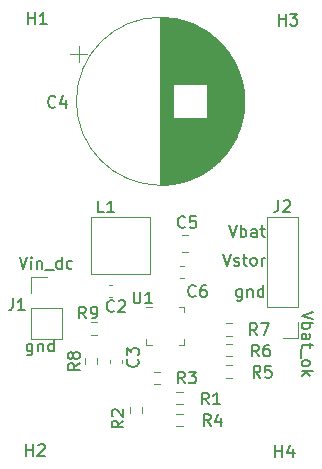
<source format=gbr>
%TF.GenerationSoftware,KiCad,Pcbnew,(5.1.10)-1*%
%TF.CreationDate,2021-09-08T10:04:32-05:00*%
%TF.ProjectId,bq25504_breakout_module,62713235-3530-4345-9f62-7265616b6f75,rev?*%
%TF.SameCoordinates,Original*%
%TF.FileFunction,Legend,Top*%
%TF.FilePolarity,Positive*%
%FSLAX46Y46*%
G04 Gerber Fmt 4.6, Leading zero omitted, Abs format (unit mm)*
G04 Created by KiCad (PCBNEW (5.1.10)-1) date 2021-09-08 10:04:32*
%MOMM*%
%LPD*%
G01*
G04 APERTURE LIST*
%ADD10C,0.150000*%
%ADD11C,0.120000*%
G04 APERTURE END LIST*
D10*
X146809523Y-100785714D02*
X146809523Y-101595238D01*
X146761904Y-101690476D01*
X146714285Y-101738095D01*
X146619047Y-101785714D01*
X146476190Y-101785714D01*
X146380952Y-101738095D01*
X146809523Y-101404761D02*
X146714285Y-101452380D01*
X146523809Y-101452380D01*
X146428571Y-101404761D01*
X146380952Y-101357142D01*
X146333333Y-101261904D01*
X146333333Y-100976190D01*
X146380952Y-100880952D01*
X146428571Y-100833333D01*
X146523809Y-100785714D01*
X146714285Y-100785714D01*
X146809523Y-100833333D01*
X147285714Y-100785714D02*
X147285714Y-101452380D01*
X147285714Y-100880952D02*
X147333333Y-100833333D01*
X147428571Y-100785714D01*
X147571428Y-100785714D01*
X147666666Y-100833333D01*
X147714285Y-100928571D01*
X147714285Y-101452380D01*
X148619047Y-101452380D02*
X148619047Y-100452380D01*
X148619047Y-101404761D02*
X148523809Y-101452380D01*
X148333333Y-101452380D01*
X148238095Y-101404761D01*
X148190476Y-101357142D01*
X148142857Y-101261904D01*
X148142857Y-100976190D01*
X148190476Y-100880952D01*
X148238095Y-100833333D01*
X148333333Y-100785714D01*
X148523809Y-100785714D01*
X148619047Y-100833333D01*
X145714285Y-93452380D02*
X146047619Y-94452380D01*
X146380952Y-93452380D01*
X146714285Y-94452380D02*
X146714285Y-93785714D01*
X146714285Y-93452380D02*
X146666666Y-93500000D01*
X146714285Y-93547619D01*
X146761904Y-93500000D01*
X146714285Y-93452380D01*
X146714285Y-93547619D01*
X147190476Y-93785714D02*
X147190476Y-94452380D01*
X147190476Y-93880952D02*
X147238095Y-93833333D01*
X147333333Y-93785714D01*
X147476190Y-93785714D01*
X147571428Y-93833333D01*
X147619047Y-93928571D01*
X147619047Y-94452380D01*
X147857142Y-94547619D02*
X148619047Y-94547619D01*
X149285714Y-94452380D02*
X149285714Y-93452380D01*
X149285714Y-94404761D02*
X149190476Y-94452380D01*
X149000000Y-94452380D01*
X148904761Y-94404761D01*
X148857142Y-94357142D01*
X148809523Y-94261904D01*
X148809523Y-93976190D01*
X148857142Y-93880952D01*
X148904761Y-93833333D01*
X149000000Y-93785714D01*
X149190476Y-93785714D01*
X149285714Y-93833333D01*
X150190476Y-94404761D02*
X150095238Y-94452380D01*
X149904761Y-94452380D01*
X149809523Y-94404761D01*
X149761904Y-94357142D01*
X149714285Y-94261904D01*
X149714285Y-93976190D01*
X149761904Y-93880952D01*
X149809523Y-93833333D01*
X149904761Y-93785714D01*
X150095238Y-93785714D01*
X150190476Y-93833333D01*
X170600619Y-98076095D02*
X169600619Y-98409428D01*
X170600619Y-98742761D01*
X169600619Y-99076095D02*
X170600619Y-99076095D01*
X170219666Y-99076095D02*
X170267285Y-99171333D01*
X170267285Y-99361809D01*
X170219666Y-99457047D01*
X170172047Y-99504666D01*
X170076809Y-99552285D01*
X169791095Y-99552285D01*
X169695857Y-99504666D01*
X169648238Y-99457047D01*
X169600619Y-99361809D01*
X169600619Y-99171333D01*
X169648238Y-99076095D01*
X169600619Y-100409428D02*
X170124428Y-100409428D01*
X170219666Y-100361809D01*
X170267285Y-100266571D01*
X170267285Y-100076095D01*
X170219666Y-99980857D01*
X169648238Y-100409428D02*
X169600619Y-100314190D01*
X169600619Y-100076095D01*
X169648238Y-99980857D01*
X169743476Y-99933238D01*
X169838714Y-99933238D01*
X169933952Y-99980857D01*
X169981571Y-100076095D01*
X169981571Y-100314190D01*
X170029190Y-100409428D01*
X170267285Y-100742761D02*
X170267285Y-101123714D01*
X170600619Y-100885619D02*
X169743476Y-100885619D01*
X169648238Y-100933238D01*
X169600619Y-101028476D01*
X169600619Y-101123714D01*
X169505380Y-101218952D02*
X169505380Y-101980857D01*
X169600619Y-102361809D02*
X169648238Y-102266571D01*
X169695857Y-102218952D01*
X169791095Y-102171333D01*
X170076809Y-102171333D01*
X170172047Y-102218952D01*
X170219666Y-102266571D01*
X170267285Y-102361809D01*
X170267285Y-102504666D01*
X170219666Y-102599904D01*
X170172047Y-102647523D01*
X170076809Y-102695142D01*
X169791095Y-102695142D01*
X169695857Y-102647523D01*
X169648238Y-102599904D01*
X169600619Y-102504666D01*
X169600619Y-102361809D01*
X169600619Y-103123714D02*
X170600619Y-103123714D01*
X169981571Y-103218952D02*
X169600619Y-103504666D01*
X170267285Y-103504666D02*
X169886333Y-103123714D01*
X164536523Y-96178714D02*
X164536523Y-96988238D01*
X164488904Y-97083476D01*
X164441285Y-97131095D01*
X164346047Y-97178714D01*
X164203190Y-97178714D01*
X164107952Y-97131095D01*
X164536523Y-96797761D02*
X164441285Y-96845380D01*
X164250809Y-96845380D01*
X164155571Y-96797761D01*
X164107952Y-96750142D01*
X164060333Y-96654904D01*
X164060333Y-96369190D01*
X164107952Y-96273952D01*
X164155571Y-96226333D01*
X164250809Y-96178714D01*
X164441285Y-96178714D01*
X164536523Y-96226333D01*
X165012714Y-96178714D02*
X165012714Y-96845380D01*
X165012714Y-96273952D02*
X165060333Y-96226333D01*
X165155571Y-96178714D01*
X165298428Y-96178714D01*
X165393666Y-96226333D01*
X165441285Y-96321571D01*
X165441285Y-96845380D01*
X166346047Y-96845380D02*
X166346047Y-95845380D01*
X166346047Y-96797761D02*
X166250809Y-96845380D01*
X166060333Y-96845380D01*
X165965095Y-96797761D01*
X165917476Y-96750142D01*
X165869857Y-96654904D01*
X165869857Y-96369190D01*
X165917476Y-96273952D01*
X165965095Y-96226333D01*
X166060333Y-96178714D01*
X166250809Y-96178714D01*
X166346047Y-96226333D01*
X162933285Y-93178380D02*
X163266619Y-94178380D01*
X163599952Y-93178380D01*
X163885666Y-94130761D02*
X163980904Y-94178380D01*
X164171380Y-94178380D01*
X164266619Y-94130761D01*
X164314238Y-94035523D01*
X164314238Y-93987904D01*
X164266619Y-93892666D01*
X164171380Y-93845047D01*
X164028523Y-93845047D01*
X163933285Y-93797428D01*
X163885666Y-93702190D01*
X163885666Y-93654571D01*
X163933285Y-93559333D01*
X164028523Y-93511714D01*
X164171380Y-93511714D01*
X164266619Y-93559333D01*
X164599952Y-93511714D02*
X164980904Y-93511714D01*
X164742809Y-93178380D02*
X164742809Y-94035523D01*
X164790428Y-94130761D01*
X164885666Y-94178380D01*
X164980904Y-94178380D01*
X165457095Y-94178380D02*
X165361857Y-94130761D01*
X165314238Y-94083142D01*
X165266619Y-93987904D01*
X165266619Y-93702190D01*
X165314238Y-93606952D01*
X165361857Y-93559333D01*
X165457095Y-93511714D01*
X165599952Y-93511714D01*
X165695190Y-93559333D01*
X165742809Y-93606952D01*
X165790428Y-93702190D01*
X165790428Y-93987904D01*
X165742809Y-94083142D01*
X165695190Y-94130761D01*
X165599952Y-94178380D01*
X165457095Y-94178380D01*
X166219000Y-94178380D02*
X166219000Y-93511714D01*
X166219000Y-93702190D02*
X166266619Y-93606952D01*
X166314238Y-93559333D01*
X166409476Y-93511714D01*
X166504714Y-93511714D01*
X163449190Y-90765380D02*
X163782523Y-91765380D01*
X164115857Y-90765380D01*
X164449190Y-91765380D02*
X164449190Y-90765380D01*
X164449190Y-91146333D02*
X164544428Y-91098714D01*
X164734904Y-91098714D01*
X164830142Y-91146333D01*
X164877761Y-91193952D01*
X164925380Y-91289190D01*
X164925380Y-91574904D01*
X164877761Y-91670142D01*
X164830142Y-91717761D01*
X164734904Y-91765380D01*
X164544428Y-91765380D01*
X164449190Y-91717761D01*
X165782523Y-91765380D02*
X165782523Y-91241571D01*
X165734904Y-91146333D01*
X165639666Y-91098714D01*
X165449190Y-91098714D01*
X165353952Y-91146333D01*
X165782523Y-91717761D02*
X165687285Y-91765380D01*
X165449190Y-91765380D01*
X165353952Y-91717761D01*
X165306333Y-91622523D01*
X165306333Y-91527285D01*
X165353952Y-91432047D01*
X165449190Y-91384428D01*
X165687285Y-91384428D01*
X165782523Y-91336809D01*
X166115857Y-91098714D02*
X166496809Y-91098714D01*
X166258714Y-90765380D02*
X166258714Y-91622523D01*
X166306333Y-91717761D01*
X166401571Y-91765380D01*
X166496809Y-91765380D01*
D11*
%TO.C,U1*%
X159175225Y-97660000D02*
X159650225Y-97660000D01*
X159650225Y-97660000D02*
X159650225Y-98135000D01*
X156905225Y-100880000D02*
X156430225Y-100880000D01*
X156430225Y-100880000D02*
X156430225Y-100405000D01*
X159175225Y-100880000D02*
X159650225Y-100880000D01*
X159650225Y-100880000D02*
X159650225Y-100405000D01*
X156905225Y-97660000D02*
X156430225Y-97660000D01*
%TO.C,R9*%
X151766176Y-100039700D02*
X152275624Y-100039700D01*
X151766176Y-98994700D02*
X152275624Y-98994700D01*
%TO.C,R8*%
X151267900Y-102542424D02*
X151267900Y-102032976D01*
X152312900Y-102542424D02*
X152312900Y-102032976D01*
%TO.C,R7*%
X163170776Y-99070900D02*
X163680224Y-99070900D01*
X163170776Y-100115900D02*
X163680224Y-100115900D01*
%TO.C,R6*%
X163170776Y-100823500D02*
X163680224Y-100823500D01*
X163170776Y-101868500D02*
X163680224Y-101868500D01*
%TO.C,R5*%
X163170776Y-102626900D02*
X163680224Y-102626900D01*
X163170776Y-103671900D02*
X163680224Y-103671900D01*
%TO.C,R4*%
X159512724Y-107786700D02*
X159003276Y-107786700D01*
X159512724Y-106741700D02*
X159003276Y-106741700D01*
%TO.C,R3*%
X159003276Y-104887500D02*
X159512724Y-104887500D01*
X159003276Y-105932500D02*
X159512724Y-105932500D01*
%TO.C,R2*%
X156072100Y-106118576D02*
X156072100Y-106628024D01*
X155027100Y-106118576D02*
X155027100Y-106628024D01*
%TO.C,R1*%
X157609624Y-104205300D02*
X157100176Y-104205300D01*
X157609624Y-103160300D02*
X157100176Y-103160300D01*
%TO.C,L1*%
X151802000Y-90106800D02*
X156802000Y-90106800D01*
X156802000Y-90106800D02*
X156802000Y-94906800D01*
X156802000Y-94906800D02*
X151802000Y-94906800D01*
X151802000Y-94906800D02*
X151802000Y-90106800D01*
%TO.C,J2*%
X169330000Y-90050000D02*
X166670000Y-90050000D01*
X169330000Y-97730000D02*
X169330000Y-90050000D01*
X166670000Y-97730000D02*
X166670000Y-90050000D01*
X169330000Y-97730000D02*
X166670000Y-97730000D01*
X169330000Y-99000000D02*
X169330000Y-100330000D01*
X169330000Y-100330000D02*
X168000000Y-100330000D01*
%TO.C,J1*%
X146670000Y-100370000D02*
X149330000Y-100370000D01*
X146670000Y-97770000D02*
X146670000Y-100370000D01*
X149330000Y-97770000D02*
X149330000Y-100370000D01*
X146670000Y-97770000D02*
X149330000Y-97770000D01*
X146670000Y-96500000D02*
X146670000Y-95170000D01*
X146670000Y-95170000D02*
X148000000Y-95170000D01*
%TO.C,C6*%
X159316033Y-94206600D02*
X159608567Y-94206600D01*
X159316033Y-95226600D02*
X159608567Y-95226600D01*
%TO.C,C5*%
X159432448Y-91568600D02*
X159954952Y-91568600D01*
X159432448Y-93038600D02*
X159954952Y-93038600D01*
%TO.C,C4*%
X164767000Y-80264000D02*
G75*
G03*
X164767000Y-80264000I-7120000J0D01*
G01*
X157647000Y-73184000D02*
X157647000Y-87344000D01*
X157687000Y-73184000D02*
X157687000Y-87344000D01*
X157727000Y-73184000D02*
X157727000Y-87344000D01*
X157767000Y-73185000D02*
X157767000Y-87343000D01*
X157807000Y-73185000D02*
X157807000Y-87343000D01*
X157847000Y-73186000D02*
X157847000Y-87342000D01*
X157887000Y-73188000D02*
X157887000Y-87340000D01*
X157927000Y-73189000D02*
X157927000Y-87339000D01*
X157967000Y-73191000D02*
X157967000Y-87337000D01*
X158007000Y-73193000D02*
X158007000Y-87335000D01*
X158047000Y-73195000D02*
X158047000Y-87333000D01*
X158087000Y-73197000D02*
X158087000Y-87331000D01*
X158127000Y-73200000D02*
X158127000Y-87328000D01*
X158167000Y-73203000D02*
X158167000Y-87325000D01*
X158207000Y-73206000D02*
X158207000Y-87322000D01*
X158247000Y-73209000D02*
X158247000Y-87319000D01*
X158287000Y-73212000D02*
X158287000Y-87316000D01*
X158327000Y-73216000D02*
X158327000Y-87312000D01*
X158368000Y-73220000D02*
X158368000Y-87308000D01*
X158408000Y-73224000D02*
X158408000Y-87304000D01*
X158448000Y-73229000D02*
X158448000Y-87299000D01*
X158488000Y-73233000D02*
X158488000Y-87295000D01*
X158528000Y-73238000D02*
X158528000Y-87290000D01*
X158568000Y-73243000D02*
X158568000Y-87285000D01*
X158608000Y-73249000D02*
X158608000Y-87279000D01*
X158648000Y-73254000D02*
X158648000Y-87274000D01*
X158688000Y-73260000D02*
X158688000Y-87268000D01*
X158728000Y-73266000D02*
X158728000Y-78824000D01*
X158728000Y-81704000D02*
X158728000Y-87262000D01*
X158768000Y-73272000D02*
X158768000Y-78824000D01*
X158768000Y-81704000D02*
X158768000Y-87256000D01*
X158808000Y-73279000D02*
X158808000Y-78824000D01*
X158808000Y-81704000D02*
X158808000Y-87249000D01*
X158848000Y-73285000D02*
X158848000Y-78824000D01*
X158848000Y-81704000D02*
X158848000Y-87243000D01*
X158888000Y-73292000D02*
X158888000Y-78824000D01*
X158888000Y-81704000D02*
X158888000Y-87236000D01*
X158928000Y-73300000D02*
X158928000Y-78824000D01*
X158928000Y-81704000D02*
X158928000Y-87228000D01*
X158968000Y-73307000D02*
X158968000Y-78824000D01*
X158968000Y-81704000D02*
X158968000Y-87221000D01*
X159008000Y-73315000D02*
X159008000Y-78824000D01*
X159008000Y-81704000D02*
X159008000Y-87213000D01*
X159048000Y-73322000D02*
X159048000Y-78824000D01*
X159048000Y-81704000D02*
X159048000Y-87206000D01*
X159088000Y-73331000D02*
X159088000Y-78824000D01*
X159088000Y-81704000D02*
X159088000Y-87197000D01*
X159128000Y-73339000D02*
X159128000Y-78824000D01*
X159128000Y-81704000D02*
X159128000Y-87189000D01*
X159168000Y-73348000D02*
X159168000Y-78824000D01*
X159168000Y-81704000D02*
X159168000Y-87180000D01*
X159208000Y-73357000D02*
X159208000Y-78824000D01*
X159208000Y-81704000D02*
X159208000Y-87171000D01*
X159248000Y-73366000D02*
X159248000Y-78824000D01*
X159248000Y-81704000D02*
X159248000Y-87162000D01*
X159288000Y-73375000D02*
X159288000Y-78824000D01*
X159288000Y-81704000D02*
X159288000Y-87153000D01*
X159328000Y-73385000D02*
X159328000Y-78824000D01*
X159328000Y-81704000D02*
X159328000Y-87143000D01*
X159368000Y-73394000D02*
X159368000Y-78824000D01*
X159368000Y-81704000D02*
X159368000Y-87134000D01*
X159408000Y-73404000D02*
X159408000Y-78824000D01*
X159408000Y-81704000D02*
X159408000Y-87124000D01*
X159448000Y-73415000D02*
X159448000Y-78824000D01*
X159448000Y-81704000D02*
X159448000Y-87113000D01*
X159488000Y-73425000D02*
X159488000Y-78824000D01*
X159488000Y-81704000D02*
X159488000Y-87103000D01*
X159528000Y-73436000D02*
X159528000Y-78824000D01*
X159528000Y-81704000D02*
X159528000Y-87092000D01*
X159568000Y-73447000D02*
X159568000Y-78824000D01*
X159568000Y-81704000D02*
X159568000Y-87081000D01*
X159608000Y-73459000D02*
X159608000Y-78824000D01*
X159608000Y-81704000D02*
X159608000Y-87069000D01*
X159648000Y-73470000D02*
X159648000Y-78824000D01*
X159648000Y-81704000D02*
X159648000Y-87058000D01*
X159688000Y-73482000D02*
X159688000Y-78824000D01*
X159688000Y-81704000D02*
X159688000Y-87046000D01*
X159728000Y-73494000D02*
X159728000Y-78824000D01*
X159728000Y-81704000D02*
X159728000Y-87034000D01*
X159768000Y-73506000D02*
X159768000Y-78824000D01*
X159768000Y-81704000D02*
X159768000Y-87022000D01*
X159808000Y-73519000D02*
X159808000Y-78824000D01*
X159808000Y-81704000D02*
X159808000Y-87009000D01*
X159848000Y-73532000D02*
X159848000Y-78824000D01*
X159848000Y-81704000D02*
X159848000Y-86996000D01*
X159888000Y-73545000D02*
X159888000Y-78824000D01*
X159888000Y-81704000D02*
X159888000Y-86983000D01*
X159928000Y-73558000D02*
X159928000Y-78824000D01*
X159928000Y-81704000D02*
X159928000Y-86970000D01*
X159968000Y-73572000D02*
X159968000Y-78824000D01*
X159968000Y-81704000D02*
X159968000Y-86956000D01*
X160008000Y-73586000D02*
X160008000Y-78824000D01*
X160008000Y-81704000D02*
X160008000Y-86942000D01*
X160048000Y-73600000D02*
X160048000Y-78824000D01*
X160048000Y-81704000D02*
X160048000Y-86928000D01*
X160088000Y-73615000D02*
X160088000Y-78824000D01*
X160088000Y-81704000D02*
X160088000Y-86913000D01*
X160128000Y-73629000D02*
X160128000Y-78824000D01*
X160128000Y-81704000D02*
X160128000Y-86899000D01*
X160168000Y-73644000D02*
X160168000Y-78824000D01*
X160168000Y-81704000D02*
X160168000Y-86884000D01*
X160208000Y-73660000D02*
X160208000Y-78824000D01*
X160208000Y-81704000D02*
X160208000Y-86868000D01*
X160248000Y-73675000D02*
X160248000Y-78824000D01*
X160248000Y-81704000D02*
X160248000Y-86853000D01*
X160288000Y-73691000D02*
X160288000Y-78824000D01*
X160288000Y-81704000D02*
X160288000Y-86837000D01*
X160328000Y-73707000D02*
X160328000Y-78824000D01*
X160328000Y-81704000D02*
X160328000Y-86821000D01*
X160368000Y-73724000D02*
X160368000Y-78824000D01*
X160368000Y-81704000D02*
X160368000Y-86804000D01*
X160408000Y-73740000D02*
X160408000Y-78824000D01*
X160408000Y-81704000D02*
X160408000Y-86788000D01*
X160448000Y-73757000D02*
X160448000Y-78824000D01*
X160448000Y-81704000D02*
X160448000Y-86771000D01*
X160488000Y-73774000D02*
X160488000Y-78824000D01*
X160488000Y-81704000D02*
X160488000Y-86754000D01*
X160528000Y-73792000D02*
X160528000Y-78824000D01*
X160528000Y-81704000D02*
X160528000Y-86736000D01*
X160568000Y-73810000D02*
X160568000Y-78824000D01*
X160568000Y-81704000D02*
X160568000Y-86718000D01*
X160608000Y-73828000D02*
X160608000Y-78824000D01*
X160608000Y-81704000D02*
X160608000Y-86700000D01*
X160648000Y-73846000D02*
X160648000Y-78824000D01*
X160648000Y-81704000D02*
X160648000Y-86682000D01*
X160688000Y-73865000D02*
X160688000Y-78824000D01*
X160688000Y-81704000D02*
X160688000Y-86663000D01*
X160728000Y-73884000D02*
X160728000Y-78824000D01*
X160728000Y-81704000D02*
X160728000Y-86644000D01*
X160768000Y-73904000D02*
X160768000Y-78824000D01*
X160768000Y-81704000D02*
X160768000Y-86624000D01*
X160808000Y-73923000D02*
X160808000Y-78824000D01*
X160808000Y-81704000D02*
X160808000Y-86605000D01*
X160848000Y-73943000D02*
X160848000Y-78824000D01*
X160848000Y-81704000D02*
X160848000Y-86585000D01*
X160888000Y-73963000D02*
X160888000Y-78824000D01*
X160888000Y-81704000D02*
X160888000Y-86565000D01*
X160928000Y-73984000D02*
X160928000Y-78824000D01*
X160928000Y-81704000D02*
X160928000Y-86544000D01*
X160968000Y-74005000D02*
X160968000Y-78824000D01*
X160968000Y-81704000D02*
X160968000Y-86523000D01*
X161008000Y-74026000D02*
X161008000Y-78824000D01*
X161008000Y-81704000D02*
X161008000Y-86502000D01*
X161048000Y-74048000D02*
X161048000Y-78824000D01*
X161048000Y-81704000D02*
X161048000Y-86480000D01*
X161088000Y-74070000D02*
X161088000Y-78824000D01*
X161088000Y-81704000D02*
X161088000Y-86458000D01*
X161128000Y-74092000D02*
X161128000Y-78824000D01*
X161128000Y-81704000D02*
X161128000Y-86436000D01*
X161168000Y-74114000D02*
X161168000Y-78824000D01*
X161168000Y-81704000D02*
X161168000Y-86414000D01*
X161208000Y-74137000D02*
X161208000Y-78824000D01*
X161208000Y-81704000D02*
X161208000Y-86391000D01*
X161248000Y-74161000D02*
X161248000Y-78824000D01*
X161248000Y-81704000D02*
X161248000Y-86367000D01*
X161288000Y-74184000D02*
X161288000Y-78824000D01*
X161288000Y-81704000D02*
X161288000Y-86344000D01*
X161328000Y-74208000D02*
X161328000Y-78824000D01*
X161328000Y-81704000D02*
X161328000Y-86320000D01*
X161368000Y-74233000D02*
X161368000Y-78824000D01*
X161368000Y-81704000D02*
X161368000Y-86295000D01*
X161408000Y-74257000D02*
X161408000Y-78824000D01*
X161408000Y-81704000D02*
X161408000Y-86271000D01*
X161448000Y-74282000D02*
X161448000Y-78824000D01*
X161448000Y-81704000D02*
X161448000Y-86246000D01*
X161488000Y-74308000D02*
X161488000Y-78824000D01*
X161488000Y-81704000D02*
X161488000Y-86220000D01*
X161528000Y-74334000D02*
X161528000Y-78824000D01*
X161528000Y-81704000D02*
X161528000Y-86194000D01*
X161568000Y-74360000D02*
X161568000Y-78824000D01*
X161568000Y-81704000D02*
X161568000Y-86168000D01*
X161608000Y-74386000D02*
X161608000Y-86142000D01*
X161648000Y-74413000D02*
X161648000Y-86115000D01*
X161688000Y-74441000D02*
X161688000Y-86087000D01*
X161728000Y-74468000D02*
X161728000Y-86060000D01*
X161768000Y-74497000D02*
X161768000Y-86031000D01*
X161808000Y-74525000D02*
X161808000Y-86003000D01*
X161848000Y-74554000D02*
X161848000Y-85974000D01*
X161888000Y-74584000D02*
X161888000Y-85944000D01*
X161928000Y-74614000D02*
X161928000Y-85914000D01*
X161968000Y-74644000D02*
X161968000Y-85884000D01*
X162008000Y-74675000D02*
X162008000Y-85853000D01*
X162048000Y-74706000D02*
X162048000Y-85822000D01*
X162088000Y-74737000D02*
X162088000Y-85791000D01*
X162128000Y-74770000D02*
X162128000Y-85758000D01*
X162168000Y-74802000D02*
X162168000Y-85726000D01*
X162208000Y-74835000D02*
X162208000Y-85693000D01*
X162248000Y-74869000D02*
X162248000Y-85659000D01*
X162288000Y-74903000D02*
X162288000Y-85625000D01*
X162328000Y-74938000D02*
X162328000Y-85590000D01*
X162368000Y-74973000D02*
X162368000Y-85555000D01*
X162408000Y-75009000D02*
X162408000Y-85519000D01*
X162448000Y-75045000D02*
X162448000Y-85483000D01*
X162488000Y-75082000D02*
X162488000Y-85446000D01*
X162528000Y-75119000D02*
X162528000Y-85409000D01*
X162568000Y-75157000D02*
X162568000Y-85371000D01*
X162608000Y-75195000D02*
X162608000Y-85333000D01*
X162648000Y-75235000D02*
X162648000Y-85293000D01*
X162688000Y-75274000D02*
X162688000Y-85254000D01*
X162728000Y-75315000D02*
X162728000Y-85213000D01*
X162768000Y-75356000D02*
X162768000Y-85172000D01*
X162808000Y-75398000D02*
X162808000Y-85130000D01*
X162848000Y-75440000D02*
X162848000Y-85088000D01*
X162888000Y-75483000D02*
X162888000Y-85045000D01*
X162928000Y-75527000D02*
X162928000Y-85001000D01*
X162968000Y-75571000D02*
X162968000Y-84957000D01*
X163008000Y-75617000D02*
X163008000Y-84911000D01*
X163048000Y-75663000D02*
X163048000Y-84865000D01*
X163088000Y-75710000D02*
X163088000Y-84818000D01*
X163128000Y-75758000D02*
X163128000Y-84770000D01*
X163168000Y-75806000D02*
X163168000Y-84722000D01*
X163208000Y-75856000D02*
X163208000Y-84672000D01*
X163248000Y-75906000D02*
X163248000Y-84622000D01*
X163288000Y-75958000D02*
X163288000Y-84570000D01*
X163328000Y-76010000D02*
X163328000Y-84518000D01*
X163368000Y-76064000D02*
X163368000Y-84464000D01*
X163408000Y-76118000D02*
X163408000Y-84410000D01*
X163448000Y-76174000D02*
X163448000Y-84354000D01*
X163488000Y-76231000D02*
X163488000Y-84297000D01*
X163528000Y-76289000D02*
X163528000Y-84239000D01*
X163568000Y-76348000D02*
X163568000Y-84180000D01*
X163608000Y-76408000D02*
X163608000Y-84120000D01*
X163648000Y-76470000D02*
X163648000Y-84058000D01*
X163688000Y-76534000D02*
X163688000Y-83994000D01*
X163728000Y-76598000D02*
X163728000Y-83930000D01*
X163768000Y-76665000D02*
X163768000Y-83863000D01*
X163808000Y-76733000D02*
X163808000Y-83795000D01*
X163848000Y-76803000D02*
X163848000Y-83725000D01*
X163888000Y-76875000D02*
X163888000Y-83653000D01*
X163928000Y-76949000D02*
X163928000Y-83579000D01*
X163968000Y-77024000D02*
X163968000Y-83504000D01*
X164008000Y-77103000D02*
X164008000Y-83425000D01*
X164048000Y-77184000D02*
X164048000Y-83344000D01*
X164088000Y-77267000D02*
X164088000Y-83261000D01*
X164128000Y-77353000D02*
X164128000Y-83175000D01*
X164168000Y-77443000D02*
X164168000Y-83085000D01*
X164208000Y-77536000D02*
X164208000Y-82992000D01*
X164248000Y-77632000D02*
X164248000Y-82896000D01*
X164288000Y-77734000D02*
X164288000Y-82794000D01*
X164328000Y-77839000D02*
X164328000Y-82689000D01*
X164368000Y-77951000D02*
X164368000Y-82577000D01*
X164408000Y-78068000D02*
X164408000Y-82460000D01*
X164448000Y-78193000D02*
X164448000Y-82335000D01*
X164488000Y-78326000D02*
X164488000Y-82202000D01*
X164528000Y-78470000D02*
X164528000Y-82058000D01*
X164568000Y-78628000D02*
X164568000Y-81900000D01*
X164608000Y-78803000D02*
X164608000Y-81725000D01*
X164648000Y-79002000D02*
X164648000Y-81526000D01*
X164688000Y-79239000D02*
X164688000Y-81289000D01*
X164728000Y-79550000D02*
X164728000Y-80978000D01*
X150027457Y-76269000D02*
X151427457Y-76269000D01*
X150727457Y-75569000D02*
X150727457Y-76969000D01*
%TO.C,C3*%
X154383200Y-102141433D02*
X154383200Y-102433967D01*
X153363200Y-102141433D02*
X153363200Y-102433967D01*
%TO.C,C2*%
X153270833Y-95806800D02*
X153563367Y-95806800D01*
X153270833Y-96826800D02*
X153563367Y-96826800D01*
%TO.C,H4*%
D10*
X167386095Y-110383580D02*
X167386095Y-109383580D01*
X167386095Y-109859771D02*
X167957523Y-109859771D01*
X167957523Y-110383580D02*
X167957523Y-109383580D01*
X168862285Y-109716914D02*
X168862285Y-110383580D01*
X168624190Y-109335961D02*
X168386095Y-110050247D01*
X169005142Y-110050247D01*
%TO.C,H3*%
X167665495Y-73858380D02*
X167665495Y-72858380D01*
X167665495Y-73334571D02*
X168236923Y-73334571D01*
X168236923Y-73858380D02*
X168236923Y-72858380D01*
X168617876Y-72858380D02*
X169236923Y-72858380D01*
X168903590Y-73239333D01*
X169046447Y-73239333D01*
X169141685Y-73286952D01*
X169189304Y-73334571D01*
X169236923Y-73429809D01*
X169236923Y-73667904D01*
X169189304Y-73763142D01*
X169141685Y-73810761D01*
X169046447Y-73858380D01*
X168760733Y-73858380D01*
X168665495Y-73810761D01*
X168617876Y-73763142D01*
%TO.C,H2*%
X146278695Y-110307380D02*
X146278695Y-109307380D01*
X146278695Y-109783571D02*
X146850123Y-109783571D01*
X146850123Y-110307380D02*
X146850123Y-109307380D01*
X147278695Y-109402619D02*
X147326314Y-109355000D01*
X147421552Y-109307380D01*
X147659647Y-109307380D01*
X147754885Y-109355000D01*
X147802504Y-109402619D01*
X147850123Y-109497857D01*
X147850123Y-109593095D01*
X147802504Y-109735952D01*
X147231076Y-110307380D01*
X147850123Y-110307380D01*
%TO.C,H1*%
X146431095Y-73731380D02*
X146431095Y-72731380D01*
X146431095Y-73207571D02*
X147002523Y-73207571D01*
X147002523Y-73731380D02*
X147002523Y-72731380D01*
X148002523Y-73731380D02*
X147431095Y-73731380D01*
X147716809Y-73731380D02*
X147716809Y-72731380D01*
X147621571Y-72874238D01*
X147526333Y-72969476D01*
X147431095Y-73017095D01*
%TO.C,U1*%
X155371895Y-96378780D02*
X155371895Y-97188304D01*
X155419514Y-97283542D01*
X155467133Y-97331161D01*
X155562371Y-97378780D01*
X155752847Y-97378780D01*
X155848085Y-97331161D01*
X155895704Y-97283542D01*
X155943323Y-97188304D01*
X155943323Y-96378780D01*
X156943323Y-97378780D02*
X156371895Y-97378780D01*
X156657609Y-97378780D02*
X156657609Y-96378780D01*
X156562371Y-96521638D01*
X156467133Y-96616876D01*
X156371895Y-96664495D01*
%TO.C,R9*%
X151344333Y-98648780D02*
X151011000Y-98172590D01*
X150772904Y-98648780D02*
X150772904Y-97648780D01*
X151153857Y-97648780D01*
X151249095Y-97696400D01*
X151296714Y-97744019D01*
X151344333Y-97839257D01*
X151344333Y-97982114D01*
X151296714Y-98077352D01*
X151249095Y-98124971D01*
X151153857Y-98172590D01*
X150772904Y-98172590D01*
X151820523Y-98648780D02*
X152011000Y-98648780D01*
X152106238Y-98601161D01*
X152153857Y-98553542D01*
X152249095Y-98410685D01*
X152296714Y-98220209D01*
X152296714Y-97839257D01*
X152249095Y-97744019D01*
X152201476Y-97696400D01*
X152106238Y-97648780D01*
X151915761Y-97648780D01*
X151820523Y-97696400D01*
X151772904Y-97744019D01*
X151725285Y-97839257D01*
X151725285Y-98077352D01*
X151772904Y-98172590D01*
X151820523Y-98220209D01*
X151915761Y-98267828D01*
X152106238Y-98267828D01*
X152201476Y-98220209D01*
X152249095Y-98172590D01*
X152296714Y-98077352D01*
%TO.C,R8*%
X150812780Y-102454366D02*
X150336590Y-102787700D01*
X150812780Y-103025795D02*
X149812780Y-103025795D01*
X149812780Y-102644842D01*
X149860400Y-102549604D01*
X149908019Y-102501985D01*
X150003257Y-102454366D01*
X150146114Y-102454366D01*
X150241352Y-102501985D01*
X150288971Y-102549604D01*
X150336590Y-102644842D01*
X150336590Y-103025795D01*
X150241352Y-101882938D02*
X150193733Y-101978176D01*
X150146114Y-102025795D01*
X150050876Y-102073414D01*
X150003257Y-102073414D01*
X149908019Y-102025795D01*
X149860400Y-101978176D01*
X149812780Y-101882938D01*
X149812780Y-101692461D01*
X149860400Y-101597223D01*
X149908019Y-101549604D01*
X150003257Y-101501985D01*
X150050876Y-101501985D01*
X150146114Y-101549604D01*
X150193733Y-101597223D01*
X150241352Y-101692461D01*
X150241352Y-101882938D01*
X150288971Y-101978176D01*
X150336590Y-102025795D01*
X150431828Y-102073414D01*
X150622304Y-102073414D01*
X150717542Y-102025795D01*
X150765161Y-101978176D01*
X150812780Y-101882938D01*
X150812780Y-101692461D01*
X150765161Y-101597223D01*
X150717542Y-101549604D01*
X150622304Y-101501985D01*
X150431828Y-101501985D01*
X150336590Y-101549604D01*
X150288971Y-101597223D01*
X150241352Y-101692461D01*
%TO.C,R7*%
X165822333Y-100071180D02*
X165489000Y-99594990D01*
X165250904Y-100071180D02*
X165250904Y-99071180D01*
X165631857Y-99071180D01*
X165727095Y-99118800D01*
X165774714Y-99166419D01*
X165822333Y-99261657D01*
X165822333Y-99404514D01*
X165774714Y-99499752D01*
X165727095Y-99547371D01*
X165631857Y-99594990D01*
X165250904Y-99594990D01*
X166155666Y-99071180D02*
X166822333Y-99071180D01*
X166393761Y-100071180D01*
%TO.C,R6*%
X165974733Y-101874580D02*
X165641400Y-101398390D01*
X165403304Y-101874580D02*
X165403304Y-100874580D01*
X165784257Y-100874580D01*
X165879495Y-100922200D01*
X165927114Y-100969819D01*
X165974733Y-101065057D01*
X165974733Y-101207914D01*
X165927114Y-101303152D01*
X165879495Y-101350771D01*
X165784257Y-101398390D01*
X165403304Y-101398390D01*
X166831876Y-100874580D02*
X166641400Y-100874580D01*
X166546161Y-100922200D01*
X166498542Y-100969819D01*
X166403304Y-101112676D01*
X166355685Y-101303152D01*
X166355685Y-101684104D01*
X166403304Y-101779342D01*
X166450923Y-101826961D01*
X166546161Y-101874580D01*
X166736638Y-101874580D01*
X166831876Y-101826961D01*
X166879495Y-101779342D01*
X166927114Y-101684104D01*
X166927114Y-101446009D01*
X166879495Y-101350771D01*
X166831876Y-101303152D01*
X166736638Y-101255533D01*
X166546161Y-101255533D01*
X166450923Y-101303152D01*
X166403304Y-101350771D01*
X166355685Y-101446009D01*
%TO.C,R5*%
X166101733Y-103677980D02*
X165768400Y-103201790D01*
X165530304Y-103677980D02*
X165530304Y-102677980D01*
X165911257Y-102677980D01*
X166006495Y-102725600D01*
X166054114Y-102773219D01*
X166101733Y-102868457D01*
X166101733Y-103011314D01*
X166054114Y-103106552D01*
X166006495Y-103154171D01*
X165911257Y-103201790D01*
X165530304Y-103201790D01*
X167006495Y-102677980D02*
X166530304Y-102677980D01*
X166482685Y-103154171D01*
X166530304Y-103106552D01*
X166625542Y-103058933D01*
X166863638Y-103058933D01*
X166958876Y-103106552D01*
X167006495Y-103154171D01*
X167054114Y-103249409D01*
X167054114Y-103487504D01*
X167006495Y-103582742D01*
X166958876Y-103630361D01*
X166863638Y-103677980D01*
X166625542Y-103677980D01*
X166530304Y-103630361D01*
X166482685Y-103582742D01*
%TO.C,R4*%
X161885333Y-107767380D02*
X161552000Y-107291190D01*
X161313904Y-107767380D02*
X161313904Y-106767380D01*
X161694857Y-106767380D01*
X161790095Y-106815000D01*
X161837714Y-106862619D01*
X161885333Y-106957857D01*
X161885333Y-107100714D01*
X161837714Y-107195952D01*
X161790095Y-107243571D01*
X161694857Y-107291190D01*
X161313904Y-107291190D01*
X162742476Y-107100714D02*
X162742476Y-107767380D01*
X162504380Y-106719761D02*
X162266285Y-107434047D01*
X162885333Y-107434047D01*
%TO.C,R3*%
X159700933Y-104160580D02*
X159367600Y-103684390D01*
X159129504Y-104160580D02*
X159129504Y-103160580D01*
X159510457Y-103160580D01*
X159605695Y-103208200D01*
X159653314Y-103255819D01*
X159700933Y-103351057D01*
X159700933Y-103493914D01*
X159653314Y-103589152D01*
X159605695Y-103636771D01*
X159510457Y-103684390D01*
X159129504Y-103684390D01*
X160034266Y-103160580D02*
X160653314Y-103160580D01*
X160319980Y-103541533D01*
X160462838Y-103541533D01*
X160558076Y-103589152D01*
X160605695Y-103636771D01*
X160653314Y-103732009D01*
X160653314Y-103970104D01*
X160605695Y-104065342D01*
X160558076Y-104112961D01*
X160462838Y-104160580D01*
X160177123Y-104160580D01*
X160081885Y-104112961D01*
X160034266Y-104065342D01*
%TO.C,R2*%
X154503380Y-107303866D02*
X154027190Y-107637200D01*
X154503380Y-107875295D02*
X153503380Y-107875295D01*
X153503380Y-107494342D01*
X153551000Y-107399104D01*
X153598619Y-107351485D01*
X153693857Y-107303866D01*
X153836714Y-107303866D01*
X153931952Y-107351485D01*
X153979571Y-107399104D01*
X154027190Y-107494342D01*
X154027190Y-107875295D01*
X153598619Y-106922914D02*
X153551000Y-106875295D01*
X153503380Y-106780057D01*
X153503380Y-106541961D01*
X153551000Y-106446723D01*
X153598619Y-106399104D01*
X153693857Y-106351485D01*
X153789095Y-106351485D01*
X153931952Y-106399104D01*
X154503380Y-106970533D01*
X154503380Y-106351485D01*
%TO.C,R1*%
X161732933Y-105938580D02*
X161399600Y-105462390D01*
X161161504Y-105938580D02*
X161161504Y-104938580D01*
X161542457Y-104938580D01*
X161637695Y-104986200D01*
X161685314Y-105033819D01*
X161732933Y-105129057D01*
X161732933Y-105271914D01*
X161685314Y-105367152D01*
X161637695Y-105414771D01*
X161542457Y-105462390D01*
X161161504Y-105462390D01*
X162685314Y-105938580D02*
X162113885Y-105938580D01*
X162399600Y-105938580D02*
X162399600Y-104938580D01*
X162304361Y-105081438D01*
X162209123Y-105176676D01*
X162113885Y-105224295D01*
%TO.C,L1*%
X152868333Y-89682580D02*
X152392142Y-89682580D01*
X152392142Y-88682580D01*
X153725476Y-89682580D02*
X153154047Y-89682580D01*
X153439761Y-89682580D02*
X153439761Y-88682580D01*
X153344523Y-88825438D01*
X153249285Y-88920676D01*
X153154047Y-88968295D01*
%TO.C,J2*%
X167636866Y-88631780D02*
X167636866Y-89346066D01*
X167589247Y-89488923D01*
X167494009Y-89584161D01*
X167351152Y-89631780D01*
X167255914Y-89631780D01*
X168065438Y-88727019D02*
X168113057Y-88679400D01*
X168208295Y-88631780D01*
X168446390Y-88631780D01*
X168541628Y-88679400D01*
X168589247Y-88727019D01*
X168636866Y-88822257D01*
X168636866Y-88917495D01*
X168589247Y-89060352D01*
X168017819Y-89631780D01*
X168636866Y-89631780D01*
%TO.C,J1*%
X145166666Y-96952380D02*
X145166666Y-97666666D01*
X145119047Y-97809523D01*
X145023809Y-97904761D01*
X144880952Y-97952380D01*
X144785714Y-97952380D01*
X146166666Y-97952380D02*
X145595238Y-97952380D01*
X145880952Y-97952380D02*
X145880952Y-96952380D01*
X145785714Y-97095238D01*
X145690476Y-97190476D01*
X145595238Y-97238095D01*
%TO.C,C6*%
X160615333Y-96750142D02*
X160567714Y-96797761D01*
X160424857Y-96845380D01*
X160329619Y-96845380D01*
X160186761Y-96797761D01*
X160091523Y-96702523D01*
X160043904Y-96607285D01*
X159996285Y-96416809D01*
X159996285Y-96273952D01*
X160043904Y-96083476D01*
X160091523Y-95988238D01*
X160186761Y-95893000D01*
X160329619Y-95845380D01*
X160424857Y-95845380D01*
X160567714Y-95893000D01*
X160615333Y-95940619D01*
X161472476Y-95845380D02*
X161282000Y-95845380D01*
X161186761Y-95893000D01*
X161139142Y-95940619D01*
X161043904Y-96083476D01*
X160996285Y-96273952D01*
X160996285Y-96654904D01*
X161043904Y-96750142D01*
X161091523Y-96797761D01*
X161186761Y-96845380D01*
X161377238Y-96845380D01*
X161472476Y-96797761D01*
X161520095Y-96750142D01*
X161567714Y-96654904D01*
X161567714Y-96416809D01*
X161520095Y-96321571D01*
X161472476Y-96273952D01*
X161377238Y-96226333D01*
X161186761Y-96226333D01*
X161091523Y-96273952D01*
X161043904Y-96321571D01*
X160996285Y-96416809D01*
%TO.C,C5*%
X159726333Y-90908142D02*
X159678714Y-90955761D01*
X159535857Y-91003380D01*
X159440619Y-91003380D01*
X159297761Y-90955761D01*
X159202523Y-90860523D01*
X159154904Y-90765285D01*
X159107285Y-90574809D01*
X159107285Y-90431952D01*
X159154904Y-90241476D01*
X159202523Y-90146238D01*
X159297761Y-90051000D01*
X159440619Y-90003380D01*
X159535857Y-90003380D01*
X159678714Y-90051000D01*
X159726333Y-90098619D01*
X160631095Y-90003380D02*
X160154904Y-90003380D01*
X160107285Y-90479571D01*
X160154904Y-90431952D01*
X160250142Y-90384333D01*
X160488238Y-90384333D01*
X160583476Y-90431952D01*
X160631095Y-90479571D01*
X160678714Y-90574809D01*
X160678714Y-90812904D01*
X160631095Y-90908142D01*
X160583476Y-90955761D01*
X160488238Y-91003380D01*
X160250142Y-91003380D01*
X160154904Y-90955761D01*
X160107285Y-90908142D01*
%TO.C,C4*%
X148757333Y-80722742D02*
X148709714Y-80770361D01*
X148566857Y-80817980D01*
X148471619Y-80817980D01*
X148328761Y-80770361D01*
X148233523Y-80675123D01*
X148185904Y-80579885D01*
X148138285Y-80389409D01*
X148138285Y-80246552D01*
X148185904Y-80056076D01*
X148233523Y-79960838D01*
X148328761Y-79865600D01*
X148471619Y-79817980D01*
X148566857Y-79817980D01*
X148709714Y-79865600D01*
X148757333Y-79913219D01*
X149614476Y-80151314D02*
X149614476Y-80817980D01*
X149376380Y-79770361D02*
X149138285Y-80484647D01*
X149757333Y-80484647D01*
%TO.C,C3*%
X155703542Y-102122266D02*
X155751161Y-102169885D01*
X155798780Y-102312742D01*
X155798780Y-102407980D01*
X155751161Y-102550838D01*
X155655923Y-102646076D01*
X155560685Y-102693695D01*
X155370209Y-102741314D01*
X155227352Y-102741314D01*
X155036876Y-102693695D01*
X154941638Y-102646076D01*
X154846400Y-102550838D01*
X154798780Y-102407980D01*
X154798780Y-102312742D01*
X154846400Y-102169885D01*
X154894019Y-102122266D01*
X154798780Y-101788933D02*
X154798780Y-101169885D01*
X155179733Y-101503219D01*
X155179733Y-101360361D01*
X155227352Y-101265123D01*
X155274971Y-101217504D01*
X155370209Y-101169885D01*
X155608304Y-101169885D01*
X155703542Y-101217504D01*
X155751161Y-101265123D01*
X155798780Y-101360361D01*
X155798780Y-101646076D01*
X155751161Y-101741314D01*
X155703542Y-101788933D01*
%TO.C,C2*%
X153731933Y-98020142D02*
X153684314Y-98067761D01*
X153541457Y-98115380D01*
X153446219Y-98115380D01*
X153303361Y-98067761D01*
X153208123Y-97972523D01*
X153160504Y-97877285D01*
X153112885Y-97686809D01*
X153112885Y-97543952D01*
X153160504Y-97353476D01*
X153208123Y-97258238D01*
X153303361Y-97163000D01*
X153446219Y-97115380D01*
X153541457Y-97115380D01*
X153684314Y-97163000D01*
X153731933Y-97210619D01*
X154112885Y-97210619D02*
X154160504Y-97163000D01*
X154255742Y-97115380D01*
X154493838Y-97115380D01*
X154589076Y-97163000D01*
X154636695Y-97210619D01*
X154684314Y-97305857D01*
X154684314Y-97401095D01*
X154636695Y-97543952D01*
X154065266Y-98115380D01*
X154684314Y-98115380D01*
%TD*%
M02*

</source>
